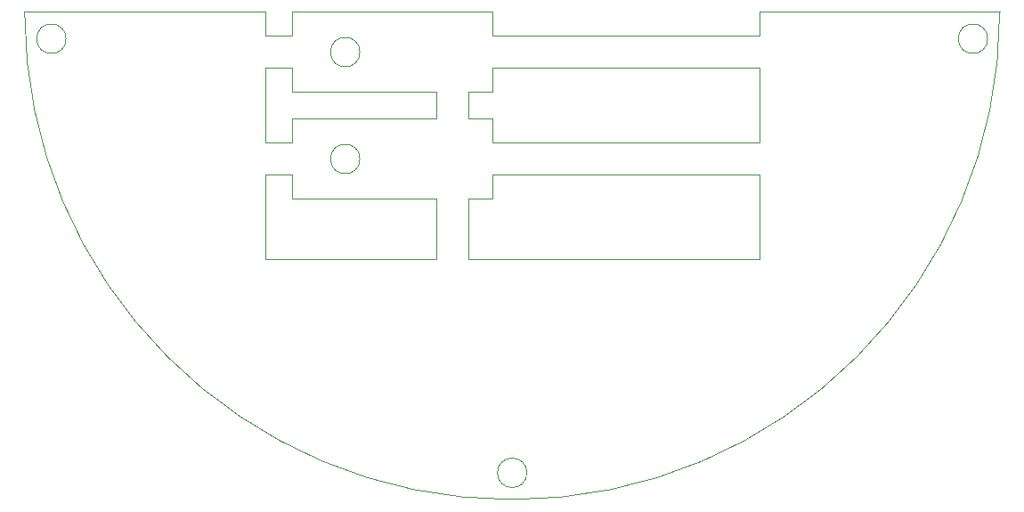
<source format=gbr>
G04 #@! TF.GenerationSoftware,KiCad,Pcbnew,(5.1.5-0-10_14)*
G04 #@! TF.CreationDate,2020-03-25T00:06:53-04:00*
G04 #@! TF.ProjectId,NUTS_PCB,4e555453-5f50-4434-922e-6b696361645f,rev?*
G04 #@! TF.SameCoordinates,Original*
G04 #@! TF.FileFunction,Profile,NP*
%FSLAX46Y46*%
G04 Gerber Fmt 4.6, Leading zero omitted, Abs format (unit mm)*
G04 Created by KiCad (PCBNEW (5.1.5-0-10_14)) date 2020-03-25 00:06:53*
%MOMM*%
%LPD*%
G04 APERTURE LIST*
%ADD10C,0.050000*%
G04 APERTURE END LIST*
D10*
X57277000Y-39370000D02*
G75*
G03X57277000Y-39370000I-1397000J0D01*
G01*
X57277000Y-29210000D02*
G75*
G03X57277000Y-29210000I-1397000J0D01*
G01*
X73152000Y-69215000D02*
G75*
G03X73152000Y-69215000I-1397000J0D01*
G01*
X29337000Y-27940000D02*
G75*
G03X29337000Y-27940000I-1397000J0D01*
G01*
X116967000Y-27940000D02*
G75*
G03X116967000Y-27940000I-1397000J0D01*
G01*
X95250000Y-40894000D02*
X95250000Y-48895000D01*
X95250000Y-30734000D02*
X95250000Y-37846000D01*
X69850000Y-40894000D02*
X95250000Y-40894000D01*
X69850000Y-37846000D02*
X95250000Y-37846000D01*
X69850000Y-30734000D02*
X95250000Y-30734000D01*
X69850000Y-43180000D02*
X69850000Y-40894000D01*
X69850000Y-37846000D02*
X69850000Y-35560000D01*
X69850000Y-33020000D02*
X69850000Y-30734000D01*
X69850000Y-27686000D02*
X95250000Y-27686000D01*
X48260000Y-48895000D02*
X64516000Y-48895000D01*
X67564000Y-43180000D02*
X67564000Y-48895000D01*
X64516000Y-43180000D02*
X64516000Y-48895000D01*
X69850000Y-43180000D02*
X67564000Y-43180000D01*
X64516000Y-33020000D02*
X64516000Y-35560000D01*
X67564000Y-35560000D02*
X67564000Y-33020000D01*
X69850000Y-35560000D02*
X67564000Y-35560000D01*
X69850000Y-33020000D02*
X67564000Y-33020000D01*
X48260000Y-37846000D02*
X48260000Y-30734000D01*
X50800000Y-37846000D02*
X48260000Y-37846000D01*
X48260000Y-40894000D02*
X50800000Y-40894000D01*
X50800000Y-43180000D02*
X50800000Y-40894000D01*
X50800000Y-37846000D02*
X50800000Y-35560000D01*
X48260000Y-30734000D02*
X50800000Y-30734000D01*
X48260000Y-27686000D02*
X48260000Y-25400000D01*
X50800000Y-27686000D02*
X48260000Y-27686000D01*
X50800000Y-33020000D02*
X50800000Y-30734000D01*
X50800000Y-35560000D02*
X64516000Y-35560000D01*
X64516000Y-43180000D02*
X50800000Y-43180000D01*
X50800000Y-27686000D02*
X50800000Y-25400000D01*
X64516000Y-33020000D02*
X50800000Y-33020000D01*
X69850000Y-25400000D02*
X69850000Y-27686000D01*
X50800000Y-25400000D02*
X69850000Y-25400000D01*
X118110000Y-25400000D02*
G75*
G02X25400000Y-25400000I-46355000J0D01*
G01*
X95250000Y-25400000D02*
X118110000Y-25400000D01*
X95250000Y-27686000D02*
X95250000Y-25400000D01*
X67564000Y-48895000D02*
X95250000Y-48895000D01*
X48260000Y-40894000D02*
X48260000Y-48895000D01*
X25400000Y-25400000D02*
X48260000Y-25400000D01*
M02*

</source>
